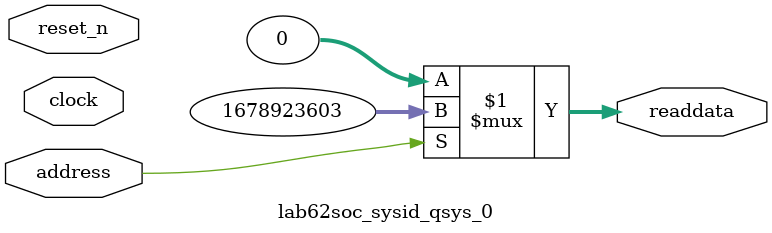
<source format=v>



// synthesis translate_off
`timescale 1ns / 1ps
// synthesis translate_on

// turn off superfluous verilog processor warnings 
// altera message_level Level1 
// altera message_off 10034 10035 10036 10037 10230 10240 10030 

module lab62soc_sysid_qsys_0 (
               // inputs:
                address,
                clock,
                reset_n,

               // outputs:
                readdata
             )
;

  output  [ 31: 0] readdata;
  input            address;
  input            clock;
  input            reset_n;

  wire    [ 31: 0] readdata;
  //control_slave, which is an e_avalon_slave
  assign readdata = address ? 1678923603 : 0;

endmodule



</source>
